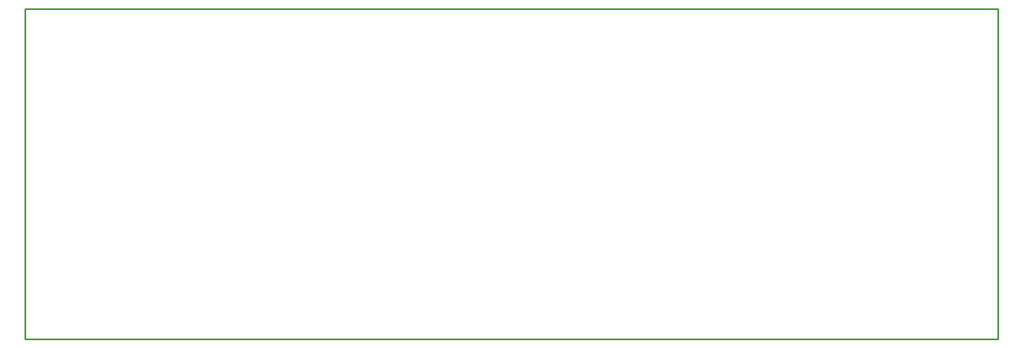
<source format=gko>
G04*
G04 #@! TF.GenerationSoftware,Altium Limited,Altium Designer,18.1.11 (251)*
G04*
G04 Layer_Color=16711935*
%FSLAX25Y25*%
%MOIN*%
G70*
G01*
G75*
%ADD11C,0.01000*%
D11*
X116500Y154000D02*
Y351500D01*
X699500D01*
X116500Y154000D02*
X699500D01*
X699500Y351500D02*
X699500Y154000D01*
M02*

</source>
